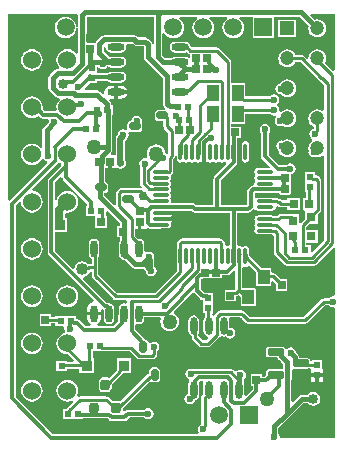
<source format=gbr>
%TF.GenerationSoftware,Altium Limited,Altium Designer,20.2.5 (213)*%
G04 Layer_Physical_Order=2*
G04 Layer_Color=16711680*
%FSLAX25Y25*%
%MOIN*%
%TF.SameCoordinates,C9AA4840-3426-47ED-90B3-6D3E683A03ED*%
%TF.FilePolarity,Positive*%
%TF.FileFunction,Copper,L2,Bot,Signal*%
%TF.Part,Single*%
G01*
G75*
%TA.AperFunction,SMDPad,CuDef*%
%ADD17R,0.03347X0.03543*%
%ADD18R,0.02165X0.02362*%
%ADD29R,0.02520X0.02677*%
%ADD30R,0.02677X0.02520*%
%ADD31R,0.02362X0.02165*%
%ADD34C,0.04000*%
%TA.AperFunction,Conductor*%
%ADD36C,0.00800*%
%ADD37C,0.01400*%
%ADD39C,0.01200*%
%ADD40C,0.02000*%
%ADD41C,0.01000*%
%ADD42C,0.01500*%
%ADD46C,0.03000*%
%TA.AperFunction,ComponentPad*%
%ADD47C,0.06000*%
%ADD48R,0.05906X0.05906*%
%ADD49C,0.05906*%
%TA.AperFunction,ViaPad*%
%ADD50C,0.03543*%
%ADD51C,0.02362*%
%ADD52C,0.02400*%
%ADD53C,0.03347*%
%TA.AperFunction,SMDPad,CuDef*%
%ADD54R,0.03543X0.03740*%
%ADD55O,0.05906X0.01102*%
%ADD56O,0.01102X0.05906*%
G04:AMPARAMS|DCode=57|XSize=25.59mil|YSize=37.4mil|CornerRadius=6.4mil|HoleSize=0mil|Usage=FLASHONLY|Rotation=180.000|XOffset=0mil|YOffset=0mil|HoleType=Round|Shape=RoundedRectangle|*
%AMROUNDEDRECTD57*
21,1,0.02559,0.02461,0,0,180.0*
21,1,0.01280,0.03740,0,0,180.0*
1,1,0.01280,-0.00640,0.01230*
1,1,0.01280,0.00640,0.01230*
1,1,0.01280,0.00640,-0.01230*
1,1,0.01280,-0.00640,-0.01230*
%
%ADD57ROUNDEDRECTD57*%
G04:AMPARAMS|DCode=58|XSize=23.62mil|YSize=51.18mil|CornerRadius=2.36mil|HoleSize=0mil|Usage=FLASHONLY|Rotation=270.000|XOffset=0mil|YOffset=0mil|HoleType=Round|Shape=RoundedRectangle|*
%AMROUNDEDRECTD58*
21,1,0.02362,0.04646,0,0,270.0*
21,1,0.01890,0.05118,0,0,270.0*
1,1,0.00472,-0.02323,-0.00945*
1,1,0.00472,-0.02323,0.00945*
1,1,0.00472,0.02323,0.00945*
1,1,0.00472,0.02323,-0.00945*
%
%ADD58ROUNDEDRECTD58*%
G04:AMPARAMS|DCode=59|XSize=31.5mil|YSize=35.43mil|CornerRadius=7.87mil|HoleSize=0mil|Usage=FLASHONLY|Rotation=0.000|XOffset=0mil|YOffset=0mil|HoleType=Round|Shape=RoundedRectangle|*
%AMROUNDEDRECTD59*
21,1,0.03150,0.01968,0,0,0.0*
21,1,0.01575,0.03543,0,0,0.0*
1,1,0.01575,0.00787,-0.00984*
1,1,0.01575,-0.00787,-0.00984*
1,1,0.01575,-0.00787,0.00984*
1,1,0.01575,0.00787,0.00984*
%
%ADD59ROUNDEDRECTD59*%
%ADD60O,0.05709X0.02362*%
%ADD61O,0.02362X0.05906*%
%ADD62R,0.03937X0.05315*%
%ADD63R,0.03937X0.05315*%
%ADD64R,0.04724X0.04724*%
%TA.AperFunction,BGAPad,CuDef*%
%ADD65C,0.04724*%
%TA.AperFunction,SMDPad,CuDef*%
%ADD66R,0.03937X0.04724*%
%ADD67R,0.03150X0.02756*%
%ADD68R,0.03150X0.03150*%
%ADD69O,0.02362X0.05709*%
G04:AMPARAMS|DCode=70|XSize=25.59mil|YSize=37.4mil|CornerRadius=6.4mil|HoleSize=0mil|Usage=FLASHONLY|Rotation=90.000|XOffset=0mil|YOffset=0mil|HoleType=Round|Shape=RoundedRectangle|*
%AMROUNDEDRECTD70*
21,1,0.02559,0.02461,0,0,90.0*
21,1,0.01280,0.03740,0,0,90.0*
1,1,0.01280,0.01230,0.00640*
1,1,0.01280,0.01230,-0.00640*
1,1,0.01280,-0.01230,-0.00640*
1,1,0.01280,-0.01230,0.00640*
%
%ADD70ROUNDEDRECTD70*%
%ADD71R,0.02756X0.03150*%
%ADD72C,0.05000*%
%ADD73C,0.03000*%
%TA.AperFunction,Conductor*%
%ADD74C,0.01600*%
%ADD75C,0.00600*%
%ADD76C,0.02800*%
G36*
X23687Y142936D02*
X23673Y142863D01*
X23673Y142863D01*
Y138922D01*
X23073Y138882D01*
X22961Y139727D01*
X22603Y140592D01*
X22034Y141334D01*
X21292Y141903D01*
X20427Y142261D01*
X19500Y142383D01*
X18573Y142261D01*
X17708Y141903D01*
X16966Y141334D01*
X16397Y140592D01*
X16039Y139727D01*
X15917Y138800D01*
X16039Y137873D01*
X16397Y137008D01*
X16966Y136266D01*
X17708Y135697D01*
X18573Y135339D01*
X19500Y135217D01*
X20427Y135339D01*
X21292Y135697D01*
X22034Y136266D01*
X22603Y137008D01*
X22961Y137873D01*
X23073Y138718D01*
X23673Y138678D01*
Y130252D01*
X23073Y130049D01*
X22693Y130544D01*
X21940Y131121D01*
X21065Y131483D01*
X20125Y131607D01*
X19185Y131483D01*
X18309Y131121D01*
X17558Y130544D01*
X16980Y129792D01*
X16618Y128916D01*
X16494Y127976D01*
X16618Y127036D01*
X16980Y126161D01*
X17414Y125596D01*
X17164Y124996D01*
X16856D01*
X16310Y124887D01*
X16172Y124795D01*
X16095Y124780D01*
X15632Y124471D01*
X15632Y124471D01*
X14191Y123029D01*
X13881Y122566D01*
X13773Y122020D01*
X13773Y122020D01*
Y118637D01*
X13773Y118637D01*
X13881Y118091D01*
X14191Y117628D01*
X16009Y115810D01*
X16009Y115810D01*
X16472Y115500D01*
X17018Y115392D01*
X17018Y115392D01*
X17348D01*
X17558Y114796D01*
X16980Y114044D01*
X16618Y113168D01*
X16494Y112228D01*
X16592Y111486D01*
X16295Y111019D01*
X16135Y110886D01*
X12584D01*
X11863Y111607D01*
X11945Y112228D01*
X11821Y113168D01*
X11459Y114044D01*
X10882Y114796D01*
X10130Y115373D01*
X9254Y115735D01*
X8314Y115859D01*
X7374Y115735D01*
X6498Y115373D01*
X5746Y114796D01*
X5169Y114044D01*
X4807Y113168D01*
X4683Y112228D01*
X4807Y111288D01*
X5169Y110413D01*
X5746Y109661D01*
X6498Y109084D01*
X7374Y108721D01*
X8314Y108597D01*
X9254Y108721D01*
X10130Y109084D01*
X10580Y109429D01*
X11212Y108797D01*
X11609Y108532D01*
X12078Y108439D01*
X13651D01*
X13981Y107839D01*
X13903Y107444D01*
X12227Y105768D01*
X11928Y105321D01*
X11824Y104795D01*
Y98806D01*
X11224Y98602D01*
X10882Y99048D01*
X10130Y99625D01*
X9254Y99988D01*
X8314Y100111D01*
X7374Y99988D01*
X6498Y99625D01*
X5746Y99048D01*
X5169Y98296D01*
X4807Y97420D01*
X4683Y96480D01*
X4807Y95540D01*
X5169Y94665D01*
X5746Y93913D01*
X6498Y93336D01*
X7374Y92973D01*
X8314Y92849D01*
X9254Y92973D01*
X10130Y93336D01*
X10882Y93913D01*
X11459Y94665D01*
X11573Y94942D01*
X12250Y95008D01*
X12446Y94716D01*
X13035Y94322D01*
X13292Y94271D01*
X13490Y93620D01*
X1000Y81130D01*
X400Y81364D01*
Y143400D01*
X23306D01*
X23687Y142936D01*
D02*
G37*
G36*
X109200Y124570D02*
X108646Y124340D01*
X105984Y127002D01*
X105988Y127006D01*
X106286Y127727D01*
X106388Y128500D01*
X106286Y129273D01*
X105988Y129994D01*
X105513Y130613D01*
X104894Y131088D01*
X104173Y131386D01*
X103400Y131488D01*
X102627Y131386D01*
X101906Y131088D01*
X101287Y130613D01*
X100812Y129994D01*
X100514Y129273D01*
X100438Y128697D01*
X99857Y128429D01*
X98993Y129293D01*
X98629Y129536D01*
X98200Y129622D01*
X98200Y129622D01*
X96142D01*
X95987Y129994D01*
X95513Y130613D01*
X94894Y131088D01*
X94173Y131386D01*
X93400Y131488D01*
X92627Y131386D01*
X91906Y131088D01*
X91287Y130613D01*
X90812Y129994D01*
X90514Y129273D01*
X90412Y128500D01*
X90514Y127727D01*
X90812Y127006D01*
X91287Y126387D01*
X91906Y125912D01*
X92627Y125614D01*
X93400Y125512D01*
X94173Y125614D01*
X94894Y125912D01*
X95513Y126387D01*
X95987Y127006D01*
X96142Y127378D01*
X97736D01*
X103945Y121169D01*
X103945Y121169D01*
X104235Y120975D01*
X105741Y119469D01*
Y111194D01*
X105141Y110898D01*
X104894Y111088D01*
X104173Y111386D01*
X103400Y111488D01*
X102627Y111386D01*
X101906Y111088D01*
X101287Y110613D01*
X100812Y109994D01*
X100514Y109273D01*
X100412Y108500D01*
X100514Y107727D01*
X100812Y107006D01*
X101287Y106387D01*
X101906Y105912D01*
X102278Y105758D01*
Y104952D01*
X101905Y104878D01*
X101316Y104484D01*
X100922Y103895D01*
X100784Y103200D01*
X100922Y102505D01*
X101316Y101916D01*
X101707Y101655D01*
X101759Y101506D01*
X101769Y101051D01*
X101744Y100963D01*
X101287Y100613D01*
X100812Y99994D01*
X100514Y99273D01*
X100412Y98500D01*
X100514Y97727D01*
X100551Y97637D01*
X100484Y97300D01*
X100622Y96605D01*
X101016Y96016D01*
X101605Y95622D01*
X102300Y95484D01*
X102823Y95588D01*
X103400Y95512D01*
X104173Y95614D01*
X104894Y95912D01*
X105141Y96102D01*
X105741Y95806D01*
Y67944D01*
X101809Y64012D01*
X101254Y64241D01*
Y66183D01*
X99832D01*
X99828Y66202D01*
X99822Y66212D01*
Y67076D01*
X103575D01*
Y71425D01*
X99822D01*
Y72385D01*
X100811Y73375D01*
X103575D01*
Y76331D01*
X104469Y77225D01*
X104469Y77225D01*
X104712Y77589D01*
X104798Y78018D01*
X104798Y78018D01*
Y87764D01*
X104712Y88194D01*
X104469Y88557D01*
X104469Y88557D01*
X103883Y89143D01*
X103519Y89386D01*
X103090Y89472D01*
X102783Y89933D01*
Y90723D01*
X99417D01*
Y87161D01*
Y83814D01*
X99529D01*
Y81955D01*
X98532D01*
Y77999D01*
X98739D01*
X99225Y77724D01*
Y74961D01*
X97907Y73643D01*
X97878Y73600D01*
X97278Y73782D01*
Y76630D01*
X93322D01*
Y76622D01*
X91046D01*
X91046Y76622D01*
X90617Y76537D01*
X90253Y76293D01*
X90253Y76293D01*
X90060Y76100D01*
X88685D01*
X88423Y76152D01*
X83620D01*
X83170Y76063D01*
X82790Y75809D01*
X82535Y75428D01*
X82446Y74979D01*
X82535Y74530D01*
X82599Y74434D01*
X82740Y73994D01*
X82599Y73555D01*
X82535Y73459D01*
X82446Y73010D01*
X82535Y72561D01*
X82790Y72180D01*
Y71872D01*
X82535Y71491D01*
X82446Y71042D01*
X82535Y70593D01*
X82790Y70212D01*
X83170Y69957D01*
X83620Y69868D01*
X88423D01*
X88952Y69432D01*
Y63880D01*
X88952Y63880D01*
X89038Y63451D01*
X89281Y63087D01*
X92641Y59727D01*
X93004Y59484D01*
X93434Y59399D01*
X93434Y59399D01*
X102166D01*
X102166Y59399D01*
X102596Y59484D01*
X102960Y59727D01*
X108646Y65414D01*
X109200Y65184D01*
Y49569D01*
X108736Y49189D01*
X108600Y49216D01*
X107905Y49078D01*
X107316Y48684D01*
X107207Y48522D01*
X105600D01*
X105171Y48436D01*
X104807Y48193D01*
X104807Y48193D01*
X98935Y42322D01*
X80783D01*
X79512Y43593D01*
X79512Y43593D01*
X78938Y44167D01*
X78574Y44410D01*
X78145Y44496D01*
X78145Y44496D01*
X71079D01*
X71079Y44496D01*
X70649Y44410D01*
X70286Y44167D01*
X70286Y44167D01*
X69126Y43007D01*
X68945Y42736D01*
X68898Y42700D01*
X68872Y42690D01*
X68394Y42946D01*
X68498Y43546D01*
X68783D01*
Y46892D01*
Y50454D01*
X66683D01*
X66630Y50465D01*
X65766D01*
X64664Y51567D01*
Y54857D01*
X64916Y55110D01*
X65240D01*
X65358Y55133D01*
X67760D01*
Y55133D01*
X67840D01*
Y55133D01*
X71560D01*
Y56242D01*
X73448D01*
X73916Y56335D01*
X74313Y56600D01*
X75551Y57838D01*
X76151Y57589D01*
Y52329D01*
X76151Y52329D01*
X76159Y52289D01*
Y51788D01*
X75798Y51428D01*
X75392D01*
X75392Y51428D01*
X75086Y51367D01*
X72576D01*
Y47490D01*
X76295D01*
Y49191D01*
X76692Y49270D01*
X77056Y49513D01*
X77272Y49730D01*
X77873Y49129D01*
Y45894D01*
X83010D01*
Y51818D01*
X78717D01*
X78402Y52321D01*
X78394Y52360D01*
Y57933D01*
X78402Y57972D01*
Y58656D01*
X78974Y58991D01*
X79002Y58988D01*
X79427Y58903D01*
X79876Y58993D01*
X80257Y59247D01*
X81004Y59286D01*
X82970Y57321D01*
Y55914D01*
X82970Y55914D01*
X82991Y55806D01*
Y52587D01*
X88128D01*
Y54009D01*
X88728Y54257D01*
X89740Y53245D01*
Y51033D01*
X93460D01*
Y54910D01*
X91247D01*
X89460Y56698D01*
X89096Y56941D01*
X88667Y57026D01*
X88128Y57161D01*
Y58511D01*
X84929D01*
X84884Y58579D01*
X84884Y58579D01*
X80648Y62815D01*
Y63266D01*
X80601Y63507D01*
Y64880D01*
X80511Y65329D01*
X80257Y65710D01*
X79876Y65965D01*
X79427Y66054D01*
X78978Y65965D01*
X78597Y65710D01*
X78288D01*
X77907Y65965D01*
X77458Y66054D01*
X77413Y66045D01*
X76813Y66501D01*
Y77077D01*
X80454D01*
X80923Y77170D01*
X81320Y77435D01*
X82033Y78149D01*
X82494Y78179D01*
X82770Y78116D01*
X82790Y78086D01*
X83170Y77831D01*
X83620Y77742D01*
X88423D01*
X88872Y77831D01*
X89253Y78086D01*
X89507Y78467D01*
X89597Y78916D01*
X90140Y79238D01*
X90434Y79255D01*
X90434Y79255D01*
X90798Y79012D01*
X91227Y78927D01*
X93414D01*
Y77999D01*
X97764D01*
Y81955D01*
X93414D01*
Y81170D01*
X91692D01*
X91329Y81533D01*
X90965Y81776D01*
X90535Y81862D01*
X90535Y81862D01*
X90452D01*
X90393Y81901D01*
X89964Y81986D01*
X89964Y81986D01*
X88784D01*
X88423Y82058D01*
X83620D01*
X83170Y81969D01*
X83103Y81924D01*
X82503Y82244D01*
Y83588D01*
X85324D01*
X85331Y83590D01*
X85344Y83587D01*
X90690D01*
Y83040D01*
X94567D01*
Y86760D01*
X94567D01*
X94567Y86840D01*
X94567D01*
Y89905D01*
X95095Y90010D01*
X95684Y90403D01*
X96078Y90992D01*
X96216Y91688D01*
X96078Y92382D01*
X95684Y92972D01*
X95095Y93365D01*
X94400Y93503D01*
X93705Y93365D01*
X93178Y93013D01*
X90762D01*
X87326Y96449D01*
Y103578D01*
X87678Y104105D01*
X87816Y104800D01*
X87678Y105495D01*
X87284Y106084D01*
X86695Y106478D01*
X86000Y106616D01*
X85305Y106478D01*
X84716Y106084D01*
X84322Y105495D01*
X84184Y104800D01*
X84322Y104105D01*
X84675Y103578D01*
Y95900D01*
X84775Y95393D01*
X85063Y94963D01*
X87571Y92455D01*
X87341Y91900D01*
X83620D01*
X83170Y91811D01*
X82790Y91557D01*
X82535Y91176D01*
X82446Y90727D01*
X82535Y90278D01*
X82790Y89897D01*
Y89588D01*
X82535Y89207D01*
X82446Y88758D01*
X82535Y88309D01*
X82790Y87928D01*
Y87620D01*
X82535Y87239D01*
X82446Y86790D01*
X82477Y86635D01*
X82073Y86035D01*
X81982D01*
X81514Y85942D01*
X81117Y85677D01*
X80414Y84974D01*
X80149Y84577D01*
X80056Y84109D01*
Y79632D01*
X79948Y79523D01*
X71223D01*
Y87793D01*
X76455Y93025D01*
X76720Y93422D01*
X76813Y93890D01*
Y96534D01*
X76768Y96759D01*
Y101940D01*
X78067D01*
Y105660D01*
X74622D01*
Y106642D01*
X79412D01*
Y110078D01*
X87607D01*
X87716Y109916D01*
X88305Y109522D01*
X89000Y109384D01*
X89365Y109457D01*
X89549Y109208D01*
X89662Y108904D01*
X89322Y108395D01*
X89184Y107700D01*
X89322Y107005D01*
X89716Y106416D01*
X90305Y106022D01*
X91000Y105884D01*
X91695Y106022D01*
X91731Y106047D01*
X91906Y105912D01*
X92627Y105614D01*
X93400Y105512D01*
X94173Y105614D01*
X94894Y105912D01*
X95513Y106387D01*
X95987Y107006D01*
X96286Y107727D01*
X96388Y108500D01*
X96286Y109273D01*
X95987Y109994D01*
X95513Y110613D01*
X94894Y111088D01*
X94173Y111386D01*
X93400Y111488D01*
X92627Y111386D01*
X91906Y111088D01*
X91315Y110634D01*
X91250Y110647D01*
X90776Y110997D01*
X90816Y111200D01*
X90678Y111895D01*
X90284Y112484D01*
X90127Y112589D01*
Y113311D01*
X90284Y113416D01*
X90678Y114005D01*
X90816Y114700D01*
X90678Y115395D01*
X90284Y115984D01*
X89695Y116378D01*
X89000Y116516D01*
X88305Y116378D01*
X87716Y115984D01*
X87607Y115822D01*
X79412D01*
Y120358D01*
X74622D01*
Y127400D01*
X74622Y127400D01*
X74536Y127829D01*
X74293Y128193D01*
X70666Y131820D01*
X70302Y132063D01*
X69873Y132149D01*
X69873Y132149D01*
X61595D01*
X61137Y132608D01*
X61079Y132895D01*
X60686Y133484D01*
X60097Y133878D01*
X59402Y134016D01*
X56055D01*
X55360Y133878D01*
X54771Y133484D01*
X54377Y132895D01*
X54239Y132200D01*
X54377Y131505D01*
X54771Y130916D01*
X55360Y130522D01*
X56055Y130384D01*
X59402D01*
X60057Y130515D01*
X60338Y130234D01*
X60338Y130234D01*
X60702Y129991D01*
X61131Y129906D01*
X61161Y129334D01*
Y128833D01*
X61002Y128716D01*
X60561Y128567D01*
X60097Y128878D01*
X59402Y129016D01*
X56055D01*
X55360Y128878D01*
X55135Y128727D01*
X52654D01*
X51727Y129654D01*
Y136636D01*
X52263Y136971D01*
X52327Y136968D01*
X52866Y136266D01*
X53608Y135697D01*
X54473Y135339D01*
X55400Y135217D01*
X56327Y135339D01*
X57192Y135697D01*
X57934Y136266D01*
X58503Y137008D01*
X58861Y137873D01*
X58983Y138800D01*
X58861Y139727D01*
X58503Y140592D01*
X57934Y141334D01*
X57362Y141773D01*
X57566Y142373D01*
X63234D01*
X63438Y141773D01*
X62866Y141334D01*
X62297Y140592D01*
X61939Y139727D01*
X61817Y138800D01*
X61939Y137873D01*
X62297Y137008D01*
X62866Y136266D01*
X63608Y135697D01*
X64473Y135339D01*
X65400Y135217D01*
X66327Y135339D01*
X67192Y135697D01*
X67934Y136266D01*
X68503Y137008D01*
X68861Y137873D01*
X68983Y138800D01*
X68861Y139727D01*
X68503Y140592D01*
X67934Y141334D01*
X67362Y141773D01*
X67566Y142373D01*
X73234D01*
X73438Y141773D01*
X72866Y141334D01*
X72297Y140592D01*
X71939Y139727D01*
X71817Y138800D01*
X71939Y137873D01*
X72297Y137008D01*
X72866Y136266D01*
X73608Y135697D01*
X74473Y135339D01*
X75400Y135217D01*
X76327Y135339D01*
X77192Y135697D01*
X77934Y136266D01*
X78503Y137008D01*
X78861Y137873D01*
X78983Y138800D01*
X78861Y139727D01*
X78503Y140592D01*
X77934Y141334D01*
X77362Y141773D01*
X77566Y142373D01*
X81255D01*
X81847Y142353D01*
X81847Y141773D01*
Y135247D01*
X88953D01*
X88953Y142353D01*
X89545Y142373D01*
X97509D01*
X100541Y139340D01*
X100514Y139273D01*
X100412Y138500D01*
X100514Y137727D01*
X100812Y137006D01*
X101287Y136387D01*
X101906Y135913D01*
X102627Y135614D01*
X103400Y135512D01*
X104173Y135614D01*
X104894Y135913D01*
X105513Y136387D01*
X105988Y137006D01*
X106286Y137727D01*
X106388Y138500D01*
X106286Y139273D01*
X105988Y139994D01*
X105513Y140613D01*
X104894Y141087D01*
X104173Y141386D01*
X103400Y141488D01*
X102627Y141386D01*
X102560Y141358D01*
X101073Y142846D01*
X101303Y143400D01*
X109200D01*
Y124570D01*
D02*
G37*
G36*
X48873Y133254D02*
X48276Y133245D01*
X48172Y133772D01*
X47873Y134218D01*
X46995Y135097D01*
X46548Y135395D01*
X46021Y135500D01*
X43662D01*
X43357Y135804D01*
X42911Y136103D01*
X42384Y136207D01*
X32386D01*
X32386Y136208D01*
X31859Y136103D01*
X31413Y135804D01*
X29827Y134218D01*
X29528Y133772D01*
X29507Y133667D01*
X26527D01*
Y142271D01*
X26629Y142373D01*
X48873D01*
Y133254D01*
D02*
G37*
G36*
X42118Y133150D02*
X42118Y133150D01*
X42565Y132852D01*
X43091Y132747D01*
X43091Y132747D01*
X45451D01*
X45524Y132675D01*
Y128983D01*
X45628Y128456D01*
X45927Y128010D01*
X52024Y121913D01*
Y113372D01*
X52128Y112845D01*
X52427Y112398D01*
X52781Y112044D01*
X52533Y111444D01*
X50596D01*
X50112Y111348D01*
X49702Y111074D01*
X49428Y110664D01*
X49332Y110180D01*
Y108900D01*
X49428Y108417D01*
X49702Y108007D01*
X50112Y107733D01*
X50596Y107636D01*
X52162D01*
Y105818D01*
X52162Y105818D01*
X52248Y105388D01*
X52491Y105025D01*
X53762Y103753D01*
Y96931D01*
X53198Y96662D01*
X52796Y96936D01*
X52720Y97509D01*
X52408Y98263D01*
X51911Y98911D01*
X51263Y99408D01*
X50509Y99720D01*
X49700Y99827D01*
X48891Y99720D01*
X48137Y99408D01*
X47489Y98911D01*
X46992Y98263D01*
X46680Y97509D01*
X46573Y96700D01*
X46680Y95891D01*
X46749Y95723D01*
X46318Y95197D01*
X45945Y95271D01*
X45250Y95133D01*
X44661Y94739D01*
X44267Y94150D01*
X44129Y93455D01*
X44267Y92760D01*
X44404Y92554D01*
Y86803D01*
X44404Y86803D01*
X44490Y86374D01*
X44733Y86010D01*
X45157Y85586D01*
X44774Y85120D01*
X44686Y85179D01*
X44257Y85265D01*
X44257Y85265D01*
X38042D01*
X37613Y85179D01*
X37249Y84936D01*
X37249Y84936D01*
X36663Y84350D01*
X36420Y83987D01*
X36334Y83557D01*
X36334Y83557D01*
Y79750D01*
X35734Y79501D01*
X32494Y82741D01*
Y83614D01*
X32888Y83692D01*
X33298Y83966D01*
X33572Y84377D01*
X33668Y84860D01*
Y86140D01*
X33572Y86624D01*
X33298Y87034D01*
X32888Y87308D01*
X32601Y87365D01*
Y91840D01*
X33672D01*
Y94100D01*
X34872D01*
Y91840D01*
X36610D01*
X36610Y91840D01*
X37196Y91805D01*
X37800Y91685D01*
X37849Y91694D01*
X37900Y91684D01*
X38595Y91822D01*
X39184Y92216D01*
X39578Y92805D01*
X39716Y93500D01*
X39578Y94195D01*
X39431Y94414D01*
Y101110D01*
X39854Y101532D01*
X39970Y101707D01*
X39984Y101716D01*
X40378Y102305D01*
X40516Y103000D01*
X40401Y103577D01*
X40712Y103888D01*
X40885Y103988D01*
X41344Y103896D01*
X43804D01*
X44288Y103992D01*
X44698Y104266D01*
X44972Y104676D01*
X45068Y105160D01*
Y106440D01*
X44972Y106923D01*
X44902Y107028D01*
X45016Y107600D01*
X44878Y108295D01*
X44484Y108884D01*
X43895Y109278D01*
X43200Y109416D01*
X42505Y109278D01*
X41916Y108884D01*
X41522Y108295D01*
X41405Y107704D01*
X41344D01*
X40860Y107608D01*
X40450Y107334D01*
X40176Y106923D01*
X40080Y106440D01*
Y105160D01*
X40130Y104908D01*
X39600Y104541D01*
X39395Y104678D01*
X38700Y104816D01*
X38005Y104678D01*
X37416Y104284D01*
X37022Y103695D01*
X36928Y103220D01*
X36647Y102939D01*
X36293Y102410D01*
X36169Y101786D01*
Y96360D01*
X34756D01*
X34526Y96914D01*
X34709Y97097D01*
X34709Y97097D01*
X35019Y97560D01*
X35127Y98107D01*
X35127Y98107D01*
Y99178D01*
Y109717D01*
X35254D01*
Y113083D01*
X34727D01*
Y113178D01*
X34619Y113724D01*
X34309Y114187D01*
X34309Y114187D01*
X34016Y114480D01*
X34312Y115033D01*
X34598Y114976D01*
X35672D01*
Y117200D01*
Y119424D01*
X34598D01*
X33747Y119255D01*
X33026Y118772D01*
X32544Y118051D01*
X32375Y117200D01*
X32432Y116914D01*
X31879Y116618D01*
X31067Y117430D01*
X30604Y117739D01*
X30058Y117848D01*
X30057Y117848D01*
X26131D01*
X25883Y118448D01*
X27708Y120273D01*
X29861D01*
Y120975D01*
X33275D01*
X33314Y120916D01*
X33904Y120522D01*
X34598Y120384D01*
X37945D01*
X38640Y120522D01*
X39229Y120916D01*
X39623Y121505D01*
X39761Y122200D01*
X39623Y122895D01*
X39229Y123484D01*
X38640Y123878D01*
X37945Y124016D01*
X34598D01*
X33904Y123878D01*
X33526Y123626D01*
X29861D01*
Y125530D01*
X30461Y125712D01*
X30630Y125460D01*
X31219Y125066D01*
X31914Y124928D01*
X32609Y125066D01*
X33198Y125460D01*
X33445Y125829D01*
X33904Y125522D01*
X34598Y125384D01*
X37945D01*
X38640Y125522D01*
X39229Y125916D01*
X39623Y126505D01*
X39761Y127200D01*
X39623Y127895D01*
X39229Y128484D01*
X38640Y128878D01*
X37945Y129016D01*
X34598D01*
X34094Y128916D01*
X34031Y129010D01*
X32176Y130865D01*
Y132164D01*
X32215Y132187D01*
X32849Y131868D01*
X32921Y131505D01*
X33314Y130916D01*
X33904Y130522D01*
X34598Y130384D01*
X37945D01*
X38640Y130522D01*
X39229Y130916D01*
X39623Y131505D01*
X39761Y132200D01*
X39631Y132855D01*
X39635Y132987D01*
X39885Y133455D01*
X41814D01*
X42118Y133150D01*
D02*
G37*
G36*
X66247Y93458D02*
X66252Y93458D01*
X66766Y93801D01*
X67114Y93871D01*
X67167Y93835D01*
X67616Y93746D01*
X68065Y93835D01*
X68160Y93899D01*
X68600Y94040D01*
X69040Y93899D01*
X69135Y93835D01*
X69584Y93746D01*
X70033Y93835D01*
X70129Y93899D01*
X70569Y94040D01*
X71008Y93899D01*
X71104Y93835D01*
X71553Y93746D01*
X72002Y93835D01*
X72097Y93899D01*
X72537Y94040D01*
X72977Y93899D01*
X73003Y93882D01*
X73097Y93678D01*
X73173Y93203D01*
X69135Y89165D01*
X68870Y88768D01*
X68777Y88300D01*
Y79523D01*
X63207D01*
X62949Y79781D01*
X62552Y80046D01*
X62084Y80139D01*
X55134D01*
X54725Y80739D01*
X54754Y80884D01*
X54665Y81333D01*
X54601Y81429D01*
X54460Y81868D01*
X54601Y82308D01*
X54665Y82404D01*
X54754Y82853D01*
X54665Y83302D01*
X54410Y83683D01*
Y83991D01*
X54665Y84372D01*
X54754Y84821D01*
X54665Y85270D01*
X54410Y85651D01*
Y85960D01*
X54665Y86341D01*
X54754Y86790D01*
X54665Y87239D01*
X54601Y87334D01*
X54460Y87774D01*
X54601Y88214D01*
X54665Y88309D01*
X54754Y88758D01*
X54665Y89207D01*
X54897Y89930D01*
X54902Y89934D01*
X54993Y90024D01*
X54993Y90024D01*
X55236Y90388D01*
X55322Y90817D01*
X55322Y90817D01*
Y94935D01*
X55677Y95291D01*
X55677Y95291D01*
X55920Y95655D01*
X56005Y96084D01*
X56599Y96070D01*
Y94920D01*
X56689Y94471D01*
X56943Y94090D01*
X57324Y93835D01*
X57773Y93746D01*
X58222Y93835D01*
X58318Y93899D01*
X58758Y94040D01*
X59197Y93899D01*
X59293Y93835D01*
X59742Y93746D01*
X60191Y93835D01*
X60572Y94090D01*
X60880D01*
X61261Y93835D01*
X61710Y93746D01*
X62159Y93835D01*
X62540Y94090D01*
X62849D01*
X63230Y93835D01*
X63679Y93746D01*
X64128Y93835D01*
X64181Y93871D01*
X64529Y93801D01*
X65042Y93458D01*
X65047Y93458D01*
Y97321D01*
X66247D01*
Y93458D01*
D02*
G37*
G36*
X18440Y88798D02*
X18498Y88503D01*
X18764Y88106D01*
X26803Y80066D01*
Y79283D01*
X26246D01*
Y75917D01*
X28807D01*
X29366Y75820D01*
Y72100D01*
X33243D01*
Y75820D01*
X33243D01*
X33154Y75917D01*
Y77260D01*
X33709Y77490D01*
X37573Y73626D01*
Y72560D01*
X36633D01*
Y68840D01*
X37573D01*
Y67603D01*
X37322Y67228D01*
X37184Y66533D01*
Y63187D01*
X37322Y62492D01*
X37716Y61902D01*
X38305Y61509D01*
X38720Y61426D01*
X38946Y61275D01*
X39209Y61223D01*
X41593Y58839D01*
X42056Y58529D01*
X42602Y58421D01*
X42602Y58421D01*
X45059D01*
X45251Y58292D01*
X45523Y58238D01*
X46255Y57506D01*
X46343Y57064D01*
X46736Y56475D01*
X47326Y56082D01*
X48020Y55943D01*
X48715Y56082D01*
X49305Y56475D01*
X49698Y57064D01*
X49837Y57759D01*
X49698Y58454D01*
X49305Y59043D01*
X49027Y59229D01*
Y61461D01*
X49027Y61461D01*
X48988Y61658D01*
X49116Y62300D01*
X48978Y62995D01*
X48584Y63584D01*
X47995Y63978D01*
X47300Y64116D01*
X46605Y63978D01*
X46416Y63851D01*
X45816Y64172D01*
Y66533D01*
X45678Y67228D01*
X45284Y67817D01*
X44695Y68211D01*
X44000Y68349D01*
X43808Y68311D01*
X42773Y69346D01*
Y71690D01*
X43600D01*
Y74028D01*
X44800D01*
Y71690D01*
X46460D01*
Y71752D01*
X47060Y72014D01*
X47261Y71880D01*
X47729Y71787D01*
X51179D01*
X51429Y71837D01*
X53580D01*
X54030Y71926D01*
X54410Y72180D01*
X54665Y72561D01*
X54754Y73010D01*
X54665Y73459D01*
X54629Y73512D01*
X54699Y73860D01*
X55041Y74374D01*
X55042Y74379D01*
X51179D01*
Y75579D01*
X55042D01*
X55041Y75584D01*
X54788Y75963D01*
X55041Y76342D01*
X55042Y76347D01*
X51179D01*
Y77547D01*
X55498D01*
X55615Y77692D01*
X61577D01*
X61835Y77435D01*
X62232Y77170D01*
X62700Y77077D01*
X74366D01*
Y66422D01*
X74267Y66307D01*
X73766Y66005D01*
X73521Y66054D01*
X73209Y65992D01*
X72771Y66233D01*
X72609Y66377D01*
Y66814D01*
X72524Y67243D01*
X72281Y67607D01*
X72281Y67607D01*
X71695Y68193D01*
X71331Y68436D01*
X70902Y68522D01*
X70902Y68522D01*
X58359D01*
X57930Y68436D01*
X57566Y68193D01*
X57566Y68193D01*
X56980Y67607D01*
X56737Y67243D01*
X56652Y66814D01*
X56652Y66814D01*
Y65143D01*
X56599Y64880D01*
Y60077D01*
X56661Y59767D01*
Y57647D01*
X49292Y50278D01*
X36632D01*
X30429Y56481D01*
Y58800D01*
Y62120D01*
X30678Y62492D01*
X30816Y63187D01*
Y66533D01*
X30678Y67228D01*
X30284Y67817D01*
X29695Y68211D01*
X29000Y68349D01*
X28305Y68211D01*
X27716Y67817D01*
X27322Y67228D01*
X27184Y66533D01*
Y63187D01*
X27322Y62492D01*
X27716Y61902D01*
X28186Y61588D01*
Y59922D01*
X27186D01*
X27186Y59922D01*
X27073Y59899D01*
X26954Y60054D01*
X26411Y60471D01*
X25779Y60733D01*
X25100Y60822D01*
X24421Y60733D01*
X23789Y60471D01*
X23246Y60054D01*
X22829Y59511D01*
X22567Y58879D01*
X22536Y58643D01*
X21902Y58428D01*
X15968Y64363D01*
Y70581D01*
X19903D01*
Y75324D01*
X19383D01*
Y76594D01*
X19979Y77120D01*
X20125Y77101D01*
X21065Y77225D01*
X21940Y77587D01*
X22693Y78165D01*
X23270Y78917D01*
X23632Y79792D01*
X23756Y80732D01*
X23632Y81672D01*
X23270Y82548D01*
X22693Y83300D01*
X21940Y83877D01*
X21065Y84240D01*
X20125Y84363D01*
X19185Y84240D01*
X18309Y83877D01*
X17558Y83300D01*
X16980Y82548D01*
X16618Y81672D01*
X16568Y81292D01*
X15968Y81331D01*
Y87175D01*
X17859Y89066D01*
X18440Y88798D01*
D02*
G37*
G36*
X17710Y93796D02*
X18057Y93529D01*
X18134Y92855D01*
X18103Y92772D01*
X13879Y88547D01*
X13614Y88150D01*
X13521Y87682D01*
Y63856D01*
X13614Y63388D01*
X13879Y62991D01*
X29005Y47864D01*
X28767Y47254D01*
X28149Y47131D01*
X27428Y46649D01*
X26945Y45927D01*
X26776Y45076D01*
Y44003D01*
X29000D01*
X31224D01*
Y44639D01*
X31782Y44898D01*
X32184Y44622D01*
Y41730D01*
X32322Y41035D01*
X32716Y40446D01*
X33305Y40052D01*
X34000Y39914D01*
X34695Y40052D01*
X35284Y40446D01*
X35678Y41035D01*
X35816Y41730D01*
Y45076D01*
X35678Y45771D01*
X35284Y46360D01*
X34695Y46754D01*
X34000Y46892D01*
X33946Y46882D01*
X33789Y46987D01*
X33321Y47080D01*
X33250D01*
X25328Y55002D01*
X25543Y55636D01*
X25779Y55667D01*
X26411Y55929D01*
X26954Y56346D01*
X27371Y56889D01*
X27586Y57407D01*
X28186Y57288D01*
Y56016D01*
X28186Y56016D01*
X28271Y55587D01*
X28514Y55223D01*
X35374Y48363D01*
X35374Y48363D01*
X35738Y48120D01*
X36167Y48035D01*
X39761D01*
X40154Y47581D01*
X40096Y47154D01*
X40093Y47152D01*
X39538Y46785D01*
X39000Y46892D01*
X38305Y46754D01*
X37716Y46360D01*
X37322Y45771D01*
X37184Y45076D01*
Y43213D01*
X37097Y42775D01*
Y40942D01*
X35379Y39224D01*
X30255D01*
X30073Y39823D01*
X30573Y40157D01*
X31055Y40879D01*
X31224Y41730D01*
Y42803D01*
X29000D01*
X26776D01*
Y41730D01*
X26945Y40879D01*
X27428Y40157D01*
X27927Y39823D01*
X27745Y39224D01*
X26207D01*
X24245Y41186D01*
X23848Y41451D01*
X23380Y41544D01*
X23054D01*
Y42783D01*
X16146D01*
Y42422D01*
X14710D01*
Y43160D01*
X10833D01*
Y39440D01*
X14710D01*
Y40178D01*
X16146D01*
Y39417D01*
X18680D01*
X19100Y38817D01*
X19028Y38452D01*
X19166Y37757D01*
X19264Y37611D01*
X19238Y37411D01*
X19004Y36920D01*
X18309Y36633D01*
X17558Y36056D01*
X16980Y35304D01*
X16618Y34428D01*
X16494Y33488D01*
X16618Y32548D01*
X16980Y31672D01*
X17558Y30920D01*
X18309Y30343D01*
X19185Y29981D01*
X20125Y29857D01*
X20330Y29884D01*
X22338Y27876D01*
X22108Y27322D01*
X19954D01*
Y27583D01*
X16392D01*
Y24217D01*
X19954D01*
Y25078D01*
X24128D01*
Y23530D01*
X28871D01*
Y28470D01*
X28550D01*
Y30917D01*
X31446D01*
X31554Y30896D01*
X32053D01*
X32140Y30878D01*
X40860D01*
X43276Y28463D01*
X43276Y28463D01*
X43640Y28220D01*
X44069Y28134D01*
X48414D01*
X48414Y28134D01*
X48843Y28220D01*
X49207Y28463D01*
X49793Y29049D01*
X49793Y29049D01*
X50036Y29412D01*
X50122Y29842D01*
Y30807D01*
X50284Y30916D01*
X50678Y31505D01*
X50816Y32200D01*
X50678Y32895D01*
X50284Y33484D01*
X49695Y33878D01*
X49000Y34016D01*
X48305Y33878D01*
X47913Y33616D01*
X47330Y33786D01*
X47256Y33843D01*
X47237Y33940D01*
X46963Y34350D01*
X46553Y34624D01*
X46069Y34720D01*
X45969D01*
X45887Y34843D01*
X42744Y37986D01*
Y39705D01*
X43287Y40043D01*
X43344Y40044D01*
X44000Y39914D01*
X44695Y40052D01*
X45284Y40446D01*
X45678Y41035D01*
X45816Y41730D01*
Y42231D01*
X50939D01*
X51272Y41732D01*
X51180Y41509D01*
X51073Y40700D01*
X51180Y39891D01*
X51492Y39137D01*
X51989Y38489D01*
X52637Y37992D01*
X53391Y37680D01*
X54200Y37573D01*
X55009Y37680D01*
X55763Y37992D01*
X56411Y38489D01*
X56908Y39137D01*
X57220Y39891D01*
X57327Y40700D01*
X57220Y41509D01*
X56908Y42263D01*
X56411Y42911D01*
X55773Y43401D01*
X55675Y43482D01*
X55611Y44087D01*
X59039Y47515D01*
X59304Y47912D01*
X59310Y47943D01*
X61780Y50413D01*
X62509Y50293D01*
X62575Y50195D01*
X64394Y48376D01*
X64790Y48111D01*
X65259Y48018D01*
X65417D01*
Y43546D01*
X66028D01*
Y42452D01*
X65916Y42377D01*
X65522Y41788D01*
X65384Y41093D01*
Y37550D01*
X65522Y36855D01*
X65916Y36266D01*
X66505Y35872D01*
X66922Y35789D01*
X67138Y35156D01*
X66540Y34558D01*
X65223D01*
X63786Y35995D01*
Y36717D01*
X63878Y36855D01*
X64016Y37550D01*
Y41093D01*
X63878Y41788D01*
X63484Y42377D01*
X62895Y42771D01*
X62200Y42909D01*
X61505Y42771D01*
X60916Y42377D01*
X60522Y41788D01*
X60384Y41093D01*
Y37550D01*
X60522Y36855D01*
X60916Y36266D01*
X61505Y35872D01*
X61543Y35530D01*
X61628Y35101D01*
X61871Y34737D01*
X63965Y32643D01*
X63965Y32643D01*
X64329Y32400D01*
X64758Y32315D01*
X64758Y32315D01*
X67004D01*
X67005Y32315D01*
X67434Y32400D01*
X67798Y32643D01*
X70712Y35558D01*
X70712Y35558D01*
X70769Y35642D01*
X71505Y35872D01*
X72200Y35734D01*
X72873Y35868D01*
X73018Y35651D01*
X73607Y35257D01*
X74302Y35119D01*
X74997Y35257D01*
X75586Y35651D01*
X75980Y36240D01*
X76118Y36935D01*
X75980Y37630D01*
X75586Y38219D01*
X74997Y38613D01*
X74302Y38751D01*
X74016Y38986D01*
Y41093D01*
X73905Y41653D01*
X74234Y42252D01*
X77680D01*
X77926Y42007D01*
X77926Y42007D01*
X77926Y42007D01*
X79526Y40407D01*
X79526Y40407D01*
X79890Y40164D01*
X80319Y40078D01*
X80319Y40078D01*
X99400D01*
X99400Y40078D01*
X99829Y40164D01*
X100193Y40407D01*
X106065Y46278D01*
X107207D01*
X107316Y46116D01*
X107905Y45722D01*
X108600Y45584D01*
X108736Y45611D01*
X109200Y45230D01*
Y1884D01*
X91286Y1884D01*
X90906Y2348D01*
X90916Y2400D01*
X90778Y3095D01*
X90476Y3546D01*
Y5330D01*
X94273Y9127D01*
X94273Y9127D01*
X98770Y13624D01*
X100286D01*
X100461Y13361D01*
X101213Y12859D01*
X102100Y12682D01*
X102987Y12859D01*
X103739Y13361D01*
X104241Y14113D01*
X104418Y15000D01*
X104241Y15887D01*
X103739Y16639D01*
X102987Y17141D01*
X102100Y17318D01*
X101213Y17141D01*
X100461Y16639D01*
X100286Y16376D01*
X98200D01*
X98200Y16376D01*
X97673Y16272D01*
X97227Y15973D01*
X97227Y15973D01*
X95231Y13977D01*
X94676Y14207D01*
Y20897D01*
X94745Y20999D01*
X94849Y21525D01*
Y24636D01*
X94914Y24733D01*
X95449Y25082D01*
X95509Y25070D01*
X100154D01*
X100481Y25135D01*
X100653Y25250D01*
X100776D01*
X101317Y25108D01*
Y23527D01*
X105483D01*
Y25108D01*
X105083D01*
Y28054D01*
X101717D01*
Y27493D01*
X101007D01*
Y27812D01*
X100942Y28139D01*
X100757Y28415D01*
X100481Y28600D01*
X100154Y28665D01*
X97399D01*
Y28809D01*
X97294Y29336D01*
X96996Y29783D01*
X96996Y29783D01*
X96299Y30480D01*
X96193Y31012D01*
X95799Y31601D01*
X95210Y31995D01*
X94515Y32133D01*
X93820Y31995D01*
X93327Y31665D01*
X92912Y31748D01*
X92679Y31855D01*
X92674Y31879D01*
X92490Y32155D01*
X92213Y32340D01*
X91887Y32405D01*
X87241D01*
X86915Y32340D01*
X86638Y32155D01*
X86453Y31879D01*
X86388Y31552D01*
Y29663D01*
X86453Y29336D01*
X86638Y29060D01*
X86915Y28875D01*
X87241Y28810D01*
X90162D01*
X90400Y28454D01*
X92097Y26757D01*
Y25097D01*
X91887Y24925D01*
X87241D01*
X86915Y24860D01*
X86638Y24675D01*
X86453Y24398D01*
X86388Y24072D01*
Y22992D01*
X85763Y22366D01*
X84960D01*
Y23167D01*
X81240D01*
Y19290D01*
X81830D01*
Y18207D01*
X79557Y15933D01*
X79004Y16229D01*
X79016Y16290D01*
Y19833D01*
X78884Y20496D01*
X78951Y20831D01*
X78951Y20831D01*
Y21543D01*
X79113Y21652D01*
X79507Y22241D01*
X79645Y22936D01*
X79507Y23631D01*
X79113Y24220D01*
X78524Y24614D01*
X77829Y24752D01*
X77134Y24614D01*
X76545Y24220D01*
X76536Y24206D01*
X75939Y24148D01*
X75379Y24707D01*
X75015Y24950D01*
X74586Y25036D01*
X74586Y25036D01*
X61740D01*
X61274Y25128D01*
X60580Y24990D01*
X59990Y24597D01*
X59597Y24007D01*
X59459Y23312D01*
X59597Y22617D01*
X59990Y22028D01*
X60580Y21635D01*
X60603Y21630D01*
X60703Y21467D01*
X60821Y20975D01*
X60522Y20528D01*
X60384Y19833D01*
Y16716D01*
X60221Y16683D01*
X59632Y16290D01*
X59238Y15701D01*
X59100Y15006D01*
X59238Y14311D01*
X59632Y13722D01*
X60221Y13328D01*
X60916Y13190D01*
X61611Y13328D01*
X62200Y13722D01*
X62594Y14311D01*
X62644Y14562D01*
X62895Y14612D01*
X63484Y15006D01*
X63878Y15595D01*
X64016Y16290D01*
Y19833D01*
X63910Y20368D01*
X63948Y20563D01*
X64376Y20991D01*
X65165D01*
X65495Y20391D01*
X65384Y19833D01*
Y16548D01*
X65045Y16210D01*
X64802Y15846D01*
X64717Y15417D01*
X64717Y15416D01*
Y6480D01*
X64705Y6478D01*
X64116Y6084D01*
X63722Y5495D01*
X63584Y4800D01*
X63722Y4105D01*
X63844Y3923D01*
X63523Y3323D01*
X15307D01*
X2923Y15707D01*
Y79593D01*
X4126Y80796D01*
X4710Y80531D01*
X4807Y79792D01*
X5169Y78917D01*
X5746Y78165D01*
X6498Y77587D01*
X7374Y77225D01*
X8314Y77101D01*
X9254Y77225D01*
X10130Y77587D01*
X10882Y78165D01*
X11459Y78917D01*
X11821Y79792D01*
X11945Y80732D01*
X11821Y81672D01*
X11459Y82548D01*
X10882Y83300D01*
X10130Y83877D01*
X9254Y84240D01*
X8516Y84337D01*
X8250Y84920D01*
X16876Y93546D01*
X16972Y93690D01*
X17170Y93765D01*
X17642Y93813D01*
X17710Y93796D01*
D02*
G37*
%LPC*%
G36*
X8314Y131607D02*
X7374Y131483D01*
X6498Y131121D01*
X5746Y130544D01*
X5169Y129792D01*
X4807Y128916D01*
X4683Y127976D01*
X4807Y127036D01*
X5169Y126161D01*
X5746Y125409D01*
X6498Y124832D01*
X7374Y124469D01*
X8314Y124345D01*
X9254Y124469D01*
X10130Y124832D01*
X10882Y125409D01*
X11459Y126161D01*
X11821Y127036D01*
X11945Y127976D01*
X11821Y128916D01*
X11459Y129792D01*
X10882Y130544D01*
X10130Y131121D01*
X9254Y131483D01*
X8314Y131607D01*
D02*
G37*
G36*
X96362Y141462D02*
X90438D01*
Y135538D01*
X96362D01*
Y141462D01*
D02*
G37*
G36*
X93400Y121488D02*
X92627Y121386D01*
X91906Y121088D01*
X91287Y120613D01*
X90835Y120024D01*
X90605Y119978D01*
X90016Y119584D01*
X89622Y118995D01*
X89484Y118300D01*
X89622Y117605D01*
X90016Y117016D01*
X90605Y116622D01*
X91198Y116504D01*
X91287Y116387D01*
X91906Y115912D01*
X92627Y115614D01*
X93400Y115512D01*
X94173Y115614D01*
X94894Y115912D01*
X95513Y116387D01*
X95987Y117006D01*
X96286Y117727D01*
X96388Y118500D01*
X96286Y119273D01*
X95987Y119994D01*
X95513Y120613D01*
X94894Y121088D01*
X94173Y121386D01*
X93400Y121488D01*
D02*
G37*
G36*
Y101488D02*
X92627Y101386D01*
X91986Y101120D01*
X91600Y101197D01*
X90905Y101059D01*
X90316Y100665D01*
X89922Y100076D01*
X89784Y99381D01*
X89922Y98686D01*
X90316Y98097D01*
X90480Y97988D01*
X90514Y97727D01*
X90812Y97006D01*
X91287Y96387D01*
X91906Y95912D01*
X92627Y95614D01*
X93400Y95512D01*
X94173Y95614D01*
X94894Y95912D01*
X95513Y96387D01*
X95987Y97006D01*
X96286Y97727D01*
X96388Y98500D01*
X96286Y99273D01*
X95987Y99994D01*
X95513Y100613D01*
X94894Y101087D01*
X94173Y101386D01*
X93400Y101488D01*
D02*
G37*
G36*
X79427Y100897D02*
X78978Y100807D01*
X78597Y100553D01*
X78342Y100172D01*
X78253Y99723D01*
Y94920D01*
X78342Y94471D01*
X78597Y94090D01*
X78978Y93835D01*
X79427Y93746D01*
X79876Y93835D01*
X80257Y94090D01*
X80511Y94471D01*
X80601Y94920D01*
Y99723D01*
X80511Y100172D01*
X80257Y100553D01*
X79876Y100807D01*
X79427Y100897D01*
D02*
G37*
G36*
X37945Y119424D02*
X36872D01*
Y117800D01*
X40049D01*
X39999Y118051D01*
X39517Y118772D01*
X38796Y119255D01*
X37945Y119424D01*
D02*
G37*
G36*
X40049Y116600D02*
X36872D01*
Y114976D01*
X37945D01*
X38796Y115146D01*
X39517Y115628D01*
X39999Y116349D01*
X40049Y116600D01*
D02*
G37*
G36*
X8314Y68615D02*
X7374Y68491D01*
X6498Y68129D01*
X5746Y67552D01*
X5169Y66800D01*
X4807Y65924D01*
X4683Y64984D01*
X4807Y64044D01*
X5169Y63169D01*
X5746Y62416D01*
X6498Y61839D01*
X7374Y61477D01*
X8314Y61353D01*
X9254Y61477D01*
X10130Y61839D01*
X10882Y62416D01*
X11459Y63169D01*
X11821Y64044D01*
X11945Y64984D01*
X11821Y65924D01*
X11459Y66800D01*
X10882Y67552D01*
X10130Y68129D01*
X9254Y68491D01*
X8314Y68615D01*
D02*
G37*
G36*
X20125Y52867D02*
X19185Y52743D01*
X18309Y52381D01*
X17558Y51804D01*
X16980Y51052D01*
X16618Y50176D01*
X16494Y49236D01*
X16618Y48296D01*
X16980Y47420D01*
X17558Y46668D01*
X18309Y46091D01*
X19185Y45729D01*
X20125Y45605D01*
X21065Y45729D01*
X21940Y46091D01*
X22693Y46668D01*
X23270Y47420D01*
X23632Y48296D01*
X23756Y49236D01*
X23632Y50176D01*
X23270Y51052D01*
X22693Y51804D01*
X21940Y52381D01*
X21065Y52743D01*
X20125Y52867D01*
D02*
G37*
G36*
X8314D02*
X7374Y52743D01*
X6498Y52381D01*
X5746Y51804D01*
X5169Y51052D01*
X4807Y50176D01*
X4683Y49236D01*
X4807Y48296D01*
X5169Y47420D01*
X5746Y46668D01*
X6498Y46091D01*
X7374Y45729D01*
X8314Y45605D01*
X9254Y45729D01*
X10130Y46091D01*
X10882Y46668D01*
X11459Y47420D01*
X11821Y48296D01*
X11945Y49236D01*
X11821Y50176D01*
X11459Y51052D01*
X10882Y51804D01*
X10130Y52381D01*
X9254Y52743D01*
X8314Y52867D01*
D02*
G37*
G36*
Y37119D02*
X7374Y36995D01*
X6498Y36633D01*
X5746Y36056D01*
X5169Y35304D01*
X4807Y34428D01*
X4683Y33488D01*
X4807Y32548D01*
X5169Y31672D01*
X5746Y30920D01*
X6498Y30343D01*
X7374Y29981D01*
X8314Y29857D01*
X9254Y29981D01*
X10130Y30343D01*
X10882Y30920D01*
X11459Y31672D01*
X11821Y32548D01*
X11945Y33488D01*
X11821Y34428D01*
X11459Y35304D01*
X10882Y36056D01*
X10130Y36633D01*
X9254Y36995D01*
X8314Y37119D01*
D02*
G37*
G36*
X41272Y28470D02*
X36529D01*
Y24554D01*
X34008Y22032D01*
X33487Y22136D01*
X31913D01*
X31371Y22028D01*
X30912Y21722D01*
X30606Y21263D01*
X30498Y20721D01*
Y18753D01*
X30606Y18211D01*
X30912Y17752D01*
X31371Y17446D01*
X31913Y17338D01*
X33487D01*
X34029Y17446D01*
X34488Y17752D01*
X34794Y18211D01*
X34902Y18753D01*
Y19754D01*
X38614Y23467D01*
X38614Y23467D01*
X38656Y23530D01*
X41272D01*
Y28470D01*
D02*
G37*
G36*
X105483Y22327D02*
X104000D01*
Y20746D01*
X105483D01*
Y22327D01*
D02*
G37*
G36*
X102800D02*
X101317D01*
Y20746D01*
X102800D01*
Y22327D01*
D02*
G37*
G36*
X49809Y25468D02*
X48530D01*
X48046Y25372D01*
X47636Y25098D01*
X47362Y24688D01*
X47266Y24204D01*
Y23439D01*
X47120Y23410D01*
X46757Y23167D01*
X46757Y23167D01*
X37748Y14158D01*
X37228Y14262D01*
X35653D01*
X35185Y14169D01*
X33826Y15528D01*
X33462Y15771D01*
X33033Y15856D01*
X33033Y15856D01*
X24335D01*
X24335Y15856D01*
X23905Y15771D01*
X23836Y15725D01*
X23352Y16122D01*
X23632Y16800D01*
X23756Y17740D01*
X23632Y18680D01*
X23270Y19556D01*
X22693Y20308D01*
X21940Y20885D01*
X21065Y21247D01*
X20125Y21371D01*
X19185Y21247D01*
X18309Y20885D01*
X17558Y20308D01*
X16980Y19556D01*
X16618Y18680D01*
X16494Y17740D01*
X16618Y16800D01*
X16980Y15924D01*
X17558Y15172D01*
X18309Y14595D01*
X19185Y14233D01*
X20125Y14109D01*
X21065Y14233D01*
X21634Y14468D01*
X21973Y13960D01*
X20018Y12004D01*
X19870Y11783D01*
X18546D01*
Y8417D01*
X25454D01*
Y8477D01*
X33514D01*
X33964Y8026D01*
X34361Y7761D01*
X34830Y7668D01*
X39110D01*
X39579Y7761D01*
X39976Y8026D01*
X40857Y8908D01*
X45775D01*
X45816Y8847D01*
X46405Y8454D01*
X47100Y8315D01*
X47795Y8454D01*
X48384Y8847D01*
X48778Y9437D01*
X48916Y10131D01*
X48778Y10826D01*
X48384Y11416D01*
X47795Y11809D01*
X47100Y11947D01*
X46405Y11809D01*
X45816Y11416D01*
X45775Y11355D01*
X40351D01*
X39882Y11262D01*
X39485Y10997D01*
X39226Y10737D01*
X38938Y10807D01*
X38642Y11002D01*
Y11880D01*
X47614Y20852D01*
X47636Y20850D01*
X48046Y20576D01*
X48530Y20480D01*
X49809D01*
X50293Y20576D01*
X50703Y20850D01*
X50977Y21260D01*
X51073Y21744D01*
Y24204D01*
X50977Y24688D01*
X50703Y25098D01*
X50293Y25372D01*
X49809Y25468D01*
D02*
G37*
G36*
X8314Y21371D02*
X7374Y21247D01*
X6498Y20885D01*
X5746Y20308D01*
X5169Y19556D01*
X4807Y18680D01*
X4683Y17740D01*
X4807Y16800D01*
X5169Y15924D01*
X5746Y15172D01*
X6498Y14595D01*
X7374Y14233D01*
X8314Y14109D01*
X9254Y14233D01*
X10130Y14595D01*
X10882Y15172D01*
X11459Y15924D01*
X11821Y16800D01*
X11945Y17740D01*
X11821Y18680D01*
X11459Y19556D01*
X10882Y20308D01*
X10130Y20885D01*
X9254Y21247D01*
X8314Y21371D01*
D02*
G37*
%LPD*%
D17*
X23732Y72952D02*
D03*
X17629D02*
D03*
D18*
X67100Y45327D02*
D03*
Y48673D02*
D03*
X28179Y125400D02*
D03*
Y122054D02*
D03*
X103400Y26273D02*
D03*
Y22927D02*
D03*
X101100Y85595D02*
D03*
Y88942D02*
D03*
D29*
X69700Y53528D02*
D03*
Y57072D02*
D03*
X27800Y131728D02*
D03*
Y135272D02*
D03*
X65900Y53528D02*
D03*
Y57072D02*
D03*
X44200Y74028D02*
D03*
Y77572D02*
D03*
X91600Y52972D02*
D03*
Y49428D02*
D03*
X74435Y49428D02*
D03*
Y52972D02*
D03*
X83100Y21228D02*
D03*
Y24772D02*
D03*
D30*
X30728Y94100D02*
D03*
X34272D02*
D03*
X96172Y84900D02*
D03*
X92628D02*
D03*
X79672Y103800D02*
D03*
X76128D02*
D03*
X9228Y41300D02*
D03*
X12772D02*
D03*
X27761Y73960D02*
D03*
X31305D02*
D03*
X63100Y124800D02*
D03*
X66643D02*
D03*
X92628Y88700D02*
D03*
X96172D02*
D03*
X60872Y104500D02*
D03*
X57328D02*
D03*
X66643Y128500D02*
D03*
X63100D02*
D03*
X35028Y70700D02*
D03*
X38572D02*
D03*
D31*
X21273Y41100D02*
D03*
X17927D02*
D03*
X28027Y77600D02*
D03*
X31373D02*
D03*
X33473Y111400D02*
D03*
X30127D02*
D03*
X26327Y104900D02*
D03*
X29673D02*
D03*
X30873Y32600D02*
D03*
X27527D02*
D03*
X18173Y25900D02*
D03*
X14827D02*
D03*
X20327Y10100D02*
D03*
X23673D02*
D03*
X57027Y112400D02*
D03*
X60373D02*
D03*
X60773Y108100D02*
D03*
X57427D02*
D03*
X96127Y64500D02*
D03*
X99473D02*
D03*
D34*
X25100Y58200D02*
D03*
D36*
X96139Y84079D02*
X96565Y84506D01*
X86021Y82853D02*
X88505D01*
X94123Y82357D02*
X95845Y84079D01*
X96565Y84506D02*
Y84800D01*
X95845Y84079D02*
X96139D01*
D37*
X67282Y126946D02*
X69488Y124740D01*
X51612Y102060D02*
X52016Y102464D01*
X66643Y128500D02*
X66722D01*
X67282Y127940D01*
Y126946D02*
Y127940D01*
X66643Y124800D02*
X66703Y124740D01*
X69488D01*
X69548Y124680D01*
X90213Y91688D02*
X94400D01*
X86000Y95900D02*
X90213Y91688D01*
X52016Y102464D02*
Y103116D01*
X50783Y102060D02*
X51612D01*
X52016Y103116D02*
X52200Y103300D01*
X86000Y95900D02*
Y104800D01*
X27800Y122239D02*
Y122535D01*
X23700Y119001D02*
X23884Y119186D01*
X24746D02*
X27800Y122239D01*
X23884Y119186D02*
X24746D01*
X24240Y113101D02*
X24440Y113300D01*
X20111Y112221D02*
X20991Y113101D01*
X24240D01*
X24440Y113300D02*
X24700D01*
X28035Y122300D02*
X36048D01*
D39*
X63440Y51060D02*
X65259Y49241D01*
X63440Y51060D02*
Y55364D01*
X64409Y56333D01*
X85344Y84811D02*
X92224D01*
Y88689D01*
X75545Y96579D02*
Y102844D01*
X75499Y59517D02*
Y63176D01*
X69700Y57465D02*
X73448D01*
X69684Y57481D02*
Y63266D01*
X48080Y78825D02*
X51976D01*
X43861Y78410D02*
X44255D01*
X41348Y80924D02*
Y82443D01*
X65240Y56333D02*
X66077Y57170D01*
X44000Y43454D02*
X53091D01*
X28827Y9700D02*
X34021D01*
X34830Y8891D01*
X39110D01*
X40351Y10131D01*
X63869Y22214D02*
X73683D01*
X62752Y21097D02*
X63869Y22214D01*
X40351Y10131D02*
X47100D01*
X83054Y21143D02*
X86270D01*
X58174Y48381D02*
Y48537D01*
X63100Y53463D01*
X53091Y43454D02*
X53248D01*
X58174Y48381D01*
X64409Y56333D02*
X65240D01*
X66077Y57170D02*
Y57288D01*
X63440Y53803D02*
Y55364D01*
X63100Y53463D02*
X63440Y53803D01*
X75503Y13753D02*
X79107D01*
X74690Y6690D02*
Y7817D01*
X70100Y2100D02*
X74690Y6690D01*
X72200Y13873D02*
X74753Y11320D01*
Y7880D02*
Y11320D01*
X74690Y7817D02*
X74753Y7880D01*
X72200Y13873D02*
Y18061D01*
X14800Y2100D02*
X70100D01*
X74800Y14456D02*
Y21097D01*
Y14456D02*
X75503Y13753D01*
X79107D02*
X83054Y17700D01*
X65747Y96534D02*
Y100555D01*
X79200Y74500D02*
X81647Y76947D01*
X19629Y88971D02*
X28027Y80573D01*
X19629Y88971D02*
Y92567D01*
Y95990D01*
X14744Y87682D02*
X19629Y92567D01*
X32744Y45856D02*
X33321D01*
X34000Y45177D01*
Y43454D02*
Y45177D01*
X14744Y63856D02*
X32744Y45856D01*
X28027Y77600D02*
Y80573D01*
X47729Y73010D02*
X51179D01*
X75590Y93890D02*
Y96534D01*
X70000Y88300D02*
X75590Y93890D01*
X75545Y96579D02*
X75590Y96534D01*
X70000Y78300D02*
X75590D01*
X62700D02*
X70000D01*
Y88300D01*
X54200Y40700D02*
Y41728D01*
X53091Y42837D02*
X54200Y41728D01*
X53091Y42837D02*
Y43454D01*
X89564Y23127D02*
X90019D01*
X90600Y22546D01*
Y19200D02*
Y22546D01*
X86800Y14900D02*
X87400Y16000D01*
X90600Y19200D01*
X86270Y21143D02*
X88228Y23102D01*
X89508D01*
X47026Y73713D02*
Y77673D01*
Y73713D02*
X47729Y73010D01*
X18914Y107500D02*
X23899D01*
X26722Y110323D01*
X9512Y112228D02*
X12078Y109662D01*
X16751D01*
X18914Y107500D01*
X26722Y110323D02*
X29233D01*
X29630Y106386D02*
Y110161D01*
X30239D01*
X29395D02*
X29630D01*
X30239D02*
X30500Y109900D01*
X29233Y110323D02*
X29395Y110161D01*
X8314Y112228D02*
X9512D01*
X25419Y124072D02*
X28504Y127156D01*
X16100Y98900D02*
X22100Y104900D01*
X26228D01*
X66976Y101783D02*
X67871D01*
X68094Y102006D01*
X65747Y100555D02*
X66976Y101783D01*
X88505Y82853D02*
X90380D01*
X90793Y82440D01*
X93020D01*
X41521Y39955D02*
Y47456D01*
X66630Y49241D02*
X67100Y48772D01*
X65259Y49241D02*
X66630D01*
X62139Y18000D02*
X62200Y18061D01*
X62752Y20699D02*
Y21097D01*
X73683Y22214D02*
X74800Y21097D01*
X62200Y18258D02*
Y20148D01*
X62752Y20699D01*
X21837Y120506D02*
X23620Y122289D01*
X23636D01*
X25419Y124072D01*
Y124072D01*
X1700Y80100D02*
X16011Y94411D01*
X47026Y77673D02*
X47321Y77967D01*
Y78065D01*
X44600D02*
X47321D01*
X79200Y74000D02*
Y74500D01*
X81647Y76947D02*
X85334D01*
X44255Y78410D02*
X44600Y78065D01*
X41348Y80924D02*
X43861Y78410D01*
X21066Y38675D02*
Y40598D01*
X20844Y38452D02*
X21066Y38675D01*
Y40598D02*
X21568Y41100D01*
X14744Y63856D02*
Y87682D01*
X19629Y95990D02*
X20111Y96472D01*
X1700Y15200D02*
Y80100D01*
X38320Y42775D02*
X39000Y43454D01*
X38320Y40435D02*
Y42775D01*
X35886Y38000D02*
X38320Y40435D01*
X41521Y37479D02*
X45022Y33978D01*
X41521Y39955D02*
X41521Y39955D01*
Y37479D02*
Y39955D01*
X1700Y15200D02*
X14800Y2100D01*
X81982Y84812D02*
X85324D01*
X81279Y84109D02*
X81982Y84812D01*
X81279Y79125D02*
Y84109D01*
X75590Y78300D02*
X80454D01*
X81279Y79125D01*
X52066Y78916D02*
X62084D01*
X62700Y78300D01*
X75590Y63266D02*
Y78300D01*
X19211Y120506D02*
X21837D01*
X18800Y120095D02*
X19211Y120506D01*
X85324Y84812D02*
X85334Y84821D01*
X28827Y9700D02*
Y11132D01*
X24369Y9700D02*
X28827D01*
X23968Y10100D02*
X24369Y9700D01*
X28827Y11132D02*
X28991Y11296D01*
X29630Y106386D02*
X30216Y105800D01*
X21568Y41100D02*
X22348Y40321D01*
X69684Y57481D02*
X69700Y57465D01*
X92224Y88689D02*
X92235Y88700D01*
X75500Y102889D02*
X75545Y102844D01*
X83054Y17700D02*
Y21143D01*
X69523Y57288D02*
X69700Y57465D01*
X66077Y57288D02*
X69523D01*
X75499Y63176D02*
X75590Y63266D01*
X73448Y57465D02*
X75499Y59517D01*
X45022Y31921D02*
Y33978D01*
X25700Y38000D02*
X35886D01*
X22348Y40321D02*
X23380D01*
X25700Y38000D01*
X51976Y78825D02*
X52066Y78916D01*
X47321Y78065D02*
X48080Y78825D01*
X92206Y88729D02*
X92235Y88700D01*
X86495Y88729D02*
X92206D01*
X86466Y88758D02*
X86495Y88729D01*
X85334Y84821D02*
X85344Y84811D01*
D40*
X37800Y93316D02*
Y101786D01*
X38700Y102685D01*
Y103000D01*
D41*
X98362Y26372D02*
X103400D01*
X97834Y26900D02*
X98362Y26372D01*
X63659Y58985D02*
Y63147D01*
X77400Y20402D02*
X77829Y20831D01*
X61500Y23914D02*
X74586D01*
X77400Y20402D02*
Y21100D01*
X77829Y20831D02*
Y22936D01*
X58231Y52559D02*
X63540Y57868D01*
Y58866D01*
X63659Y58985D01*
Y63147D02*
X63675Y63163D01*
X32140Y32000D02*
X41325D01*
X44069Y29256D02*
X48414D01*
X41325Y32000D02*
X44069Y29256D01*
X20811Y11211D02*
X24335Y14735D01*
X33033D02*
X35200Y12568D01*
X24335Y14735D02*
X33033D01*
X35200Y12568D02*
X35241D01*
X36472Y11337D01*
Y11296D02*
Y11337D01*
X49000Y29842D02*
Y32200D01*
X48414Y29256D02*
X49000Y29842D01*
X74586Y23914D02*
X77400Y21100D01*
X72200Y37918D02*
X72829Y37289D01*
X73580D02*
X73934Y36935D01*
X74302D01*
X72200Y37918D02*
Y39321D01*
X72829Y37289D02*
X73580D01*
X57783Y57183D02*
Y62479D01*
X36167Y49156D02*
X49756D01*
X57783Y57183D01*
X52542Y46116D02*
X58231Y51805D01*
X61691Y58491D02*
Y62459D01*
X58231Y51805D02*
Y52559D01*
X50756Y47556D02*
X61691Y58491D01*
X41620Y47556D02*
X50756D01*
X61691Y62459D02*
X61710Y62479D01*
X77400Y18458D02*
Y20402D01*
X67200Y16683D02*
Y18258D01*
X65838Y5881D02*
Y15417D01*
X66519Y16002D02*
X67200Y16683D01*
X65838Y15417D02*
X66424Y16002D01*
X66519D01*
X69919Y42214D02*
X71079Y43374D01*
X78145D02*
X78719Y42800D01*
X71079Y43374D02*
X78145D01*
X78719Y42800D02*
X80319Y41200D01*
X69919Y36351D02*
Y42214D01*
X78719Y42800D02*
X78719D01*
X81910Y53274D02*
Y53706D01*
X80451Y55165D02*
X81910Y53706D01*
Y53274D02*
X84091Y51093D01*
Y49950D02*
Y51093D01*
Y49950D02*
X85569Y48472D01*
X84091Y55914D02*
X84101Y55905D01*
X84091Y55914D02*
Y57786D01*
X79527Y62350D02*
X84091Y57786D01*
X96565Y84800D02*
Y88700D01*
X98928Y22828D02*
X103400D01*
X57328Y104561D02*
X57489Y104400D01*
X57328Y104561D02*
Y108100D01*
X84101Y55905D02*
X88667D01*
X79527Y62350D02*
Y63266D01*
X88667Y55905D02*
X91600Y52972D01*
X80319Y41200D02*
X99400D01*
X31769Y73960D02*
Y77500D01*
X41651Y68882D02*
Y74949D01*
Y68882D02*
X44000Y66533D01*
X37456Y79144D02*
X41651Y74949D01*
X44257Y84143D02*
X45552Y82848D01*
X44000Y64809D02*
Y66533D01*
X45552Y82848D02*
X47516Y80884D01*
X37456Y79144D02*
Y83557D01*
X38042Y84143D01*
X44257D01*
X101100Y89130D02*
X101880Y88350D01*
X101400Y75550D02*
X102475Y76624D01*
X98700Y72850D02*
X101400Y75550D01*
X98792Y65280D02*
X99572Y64500D01*
X29307Y58800D02*
Y64501D01*
Y56016D02*
Y58800D01*
X25100Y58200D02*
X25674Y58774D01*
X27160D01*
X27186Y58800D01*
X29307D01*
X103400Y104369D02*
Y108500D01*
X102600Y103569D02*
X103400Y104369D01*
X102600Y103200D02*
Y103569D01*
X70902Y67400D02*
X71488Y66814D01*
X58359Y67400D02*
X70902D01*
X71488Y64848D02*
Y66814D01*
X57773Y62479D02*
Y66814D01*
X58359Y67400D01*
X16011Y94411D02*
Y98900D01*
X73502Y97341D02*
Y99815D01*
Y97341D02*
X73521Y97321D01*
X69873Y131027D02*
X73500Y127400D01*
Y99817D02*
X73502Y99815D01*
X73500Y99817D02*
Y127400D01*
X71553Y99751D02*
X71825Y100023D01*
X71553Y97321D02*
Y99751D01*
X71239Y121000D02*
X71825Y120414D01*
Y100023D02*
Y120414D01*
X63704Y121000D02*
X71239D01*
X78743Y114700D02*
X89200D01*
X76934Y115821D02*
Y116509D01*
Y115821D02*
X77812Y114943D01*
X78501D02*
X78743Y114700D01*
X77812Y114943D02*
X78501D01*
X64400Y112834D02*
X66588Y115022D01*
X68666Y115900D02*
Y117100D01*
X67788Y115022D02*
X68666Y115900D01*
X66588Y115022D02*
X67788D01*
X63869Y101081D02*
X66000Y103211D01*
X61810Y96534D02*
Y101285D01*
X64400Y103874D02*
Y112834D01*
X61810Y101285D02*
X64400Y103874D01*
X63869Y96624D02*
Y101081D01*
X66000Y103211D02*
X67900Y105112D01*
Y109134D01*
X68666Y109900D01*
X85353Y80865D02*
X89964D01*
X90535Y80740D02*
X91227Y80048D01*
X89964Y80865D02*
X90088Y80740D01*
X90535D01*
X91227Y80048D02*
X95096D01*
X90074Y63880D02*
Y70456D01*
X85353Y72991D02*
X89802D01*
X92500Y70293D01*
X90074Y63880D02*
X93434Y60520D01*
X85334Y73010D02*
X85353Y72991D01*
X85334Y71042D02*
X89488D01*
X90074Y70456D01*
X92500Y63717D02*
Y70293D01*
Y63717D02*
X94096Y62120D01*
X93434Y60520D02*
X102166D01*
X41521Y47456D02*
X41620Y47556D01*
X29307Y56016D02*
X36167Y49156D01*
X57964Y96624D02*
Y100681D01*
X60233Y102951D01*
Y103640D01*
X60993Y104400D01*
X61111D01*
X57873Y96534D02*
X57964Y96624D01*
X48838Y93123D02*
X48838D01*
X50674Y94959D01*
X51658D02*
X51919Y95220D01*
X50674Y94959D02*
X51658D01*
X47126Y87466D02*
Y91411D01*
X48838Y93123D01*
X48750Y86790D02*
X52066D01*
X47126Y87466D02*
X47712Y86880D01*
X45526Y92668D02*
X45945Y93087D01*
X48659Y86880D02*
X48750Y86790D01*
X45526Y86803D02*
X47419Y84911D01*
X45526Y86803D02*
Y92668D01*
X47419Y84911D02*
X51977D01*
X45945Y93087D02*
Y93455D01*
X47712Y86880D02*
X48659D01*
X48711Y22374D02*
X49300Y22963D01*
X47550Y22374D02*
X48711D01*
X37743Y12568D02*
X47550Y22374D01*
X37547Y12568D02*
X37743D01*
X36472Y11493D02*
X37547Y12568D01*
X20811Y10880D02*
Y11211D01*
X20031Y10100D02*
X20811Y10880D01*
X38699Y26200D02*
X39683D01*
X37821Y25322D02*
X38699Y26200D01*
X37821Y24260D02*
Y25322D01*
X34003Y20442D02*
X37821Y24260D01*
X33806Y20442D02*
X34003D01*
X32732Y19367D02*
X33806Y20442D01*
X32732Y19170D02*
Y19367D01*
X60548Y117845D02*
X63704Y121000D01*
X57728Y117200D02*
X59770D01*
X60415Y117845D01*
X60548D01*
X100651Y80033D02*
X100707Y79977D01*
X100651Y80033D02*
Y85146D01*
X101100Y85595D01*
X56200Y109228D02*
Y109400D01*
Y109228D02*
X57328Y108100D01*
X78206Y111300D02*
X78306Y111200D01*
X77280Y51308D02*
Y52321D01*
X77272Y52329D02*
Y57964D01*
Y52329D02*
X77280Y52321D01*
X77272Y57964D02*
X77280Y57972D01*
X94096Y62120D02*
X101504D01*
X61131Y131027D02*
X69873D01*
X103676Y78018D02*
Y87764D01*
X103090Y88350D02*
X103676Y87764D01*
X101880Y88350D02*
X103090D01*
X101100Y89130D02*
Y89139D01*
X99572Y64500D02*
X99670D01*
X98792Y65280D02*
Y65773D01*
X98700Y65865D02*
X98792Y65773D01*
X98700Y65865D02*
Y72850D01*
X78306Y111200D02*
X89000D01*
X76934Y110028D02*
X78206Y111300D01*
X106862Y67479D02*
Y119934D01*
X101504Y62120D02*
X106862Y67479D01*
X104738Y121962D02*
X104834D01*
X93400Y128500D02*
X98200D01*
X104738Y121962D01*
X104834D02*
X106862Y119934D01*
X103400Y128000D02*
X108462Y122938D01*
Y66816D02*
Y122938D01*
X102166Y60520D02*
X108462Y66816D01*
X103400Y128000D02*
Y128500D01*
X102475Y76624D02*
Y76817D01*
X103676Y78018D01*
X59858Y132300D02*
X61131Y131027D01*
X77468Y63176D02*
X77558Y63266D01*
X77468Y60438D02*
Y63176D01*
X77280Y60250D02*
X77468Y60438D01*
X77280Y57972D02*
Y60250D01*
X20111Y112221D02*
X21068Y113177D01*
X60283Y108688D02*
Y112400D01*
Y108688D02*
X60872Y108100D01*
Y104639D02*
X61111Y104400D01*
X60872Y104639D02*
Y108100D01*
X43200Y106217D02*
X43617Y105800D01*
X43200Y106217D02*
Y107600D01*
X29000Y64809D02*
X29307Y64501D01*
X98900Y22800D02*
X98928Y22828D01*
X54884Y96084D02*
Y104218D01*
X54110Y90727D02*
X54200Y90817D01*
X52066Y90727D02*
X54110D01*
X54200Y95400D02*
X54884Y96084D01*
X54200Y90817D02*
Y95400D01*
X27800Y122535D02*
X28035Y122300D01*
X94700Y68948D02*
X95775Y67873D01*
Y67442D02*
Y67873D01*
Y67442D02*
X95930Y67287D01*
Y64500D02*
Y67287D01*
X19400Y32400D02*
X25600Y26200D01*
X18572D02*
X25117D01*
X18272Y25900D02*
X18572Y26200D01*
X25600D02*
X26101D01*
X76934Y109900D02*
Y110028D01*
X99400Y41200D02*
X105600Y47400D01*
X108600D01*
X64758Y33436D02*
X67005D01*
X62664Y35530D02*
X64758Y33436D01*
X67005D02*
X69919Y36351D01*
X62200Y39124D02*
X62664Y38660D01*
Y35530D02*
Y38660D01*
X47516Y80884D02*
X52066D01*
X77200Y18258D02*
X77400Y18458D01*
X74430Y53135D02*
X74435Y53129D01*
X30972Y32600D02*
X31554Y32017D01*
X32123D01*
X32140Y32000D01*
X91046Y75500D02*
X95047D01*
X90524Y74979D02*
X91046Y75500D01*
X85334Y74979D02*
X90524D01*
X25117Y26200D02*
X25600D01*
X26101D02*
X27428Y27528D01*
Y32600D01*
X12968Y41300D02*
X17432D01*
X17631Y41100D01*
X67150Y39174D02*
X67200Y39124D01*
X67150Y39174D02*
Y45178D01*
X67100Y45228D02*
X67150Y45178D01*
X52646Y109540D02*
X53284Y108902D01*
Y105818D02*
Y108902D01*
Y105818D02*
X54884Y104218D01*
X74435Y49271D02*
Y49350D01*
X75392Y50306D01*
X76263D01*
X77272Y51316D01*
X80341Y48247D01*
D42*
X96023Y27299D02*
Y28809D01*
X94515Y30317D02*
X96023Y28809D01*
X93473Y21525D02*
Y27327D01*
X89564Y30608D02*
X90942D01*
X91373Y30176D01*
Y29427D02*
Y30176D01*
Y29427D02*
X93473Y27327D01*
X89100Y5900D02*
X93300Y10100D01*
X98200Y15000D01*
X93300Y21352D02*
X93473Y21525D01*
X93300Y10100D02*
Y21352D01*
X96023Y27299D02*
X96454Y26867D01*
X97832D01*
X89100Y2400D02*
Y5900D01*
X13200Y104795D02*
X15687Y107281D01*
X13730Y96000D02*
Y96233D01*
X13200Y96763D02*
X13730Y96233D01*
X13200Y96763D02*
Y104795D01*
X28231Y127300D02*
X33722D01*
X57024Y112493D02*
X57117Y112400D01*
X33058Y127964D02*
X33722Y127300D01*
X27800Y126869D02*
Y129000D01*
X46900Y128983D02*
X53400Y122483D01*
X54279Y112493D02*
X57024D01*
X53400Y113372D02*
X54279Y112493D01*
X53400Y113372D02*
Y122483D01*
X98200Y15000D02*
X102100D01*
X43091Y134124D02*
X46021D01*
X30800Y133245D02*
X32386Y134831D01*
X33058Y127964D02*
Y128037D01*
X30800Y130295D02*
X33058Y128037D01*
X42384Y134831D02*
X43091Y134124D01*
X32386Y134831D02*
X42384D01*
X30800Y130295D02*
Y133245D01*
X33722Y127300D02*
X36048D01*
X27800Y126869D02*
X28231Y127300D01*
X46021Y134124D02*
X46900Y133245D01*
Y128983D02*
Y133245D01*
X27800Y129000D02*
Y131335D01*
Y126865D02*
Y126869D01*
D46*
X20111Y64976D02*
Y65781D01*
X22856Y68526D01*
Y72900D01*
X20111Y80723D02*
Y80724D01*
D47*
X20125Y127976D02*
D03*
Y112228D02*
D03*
Y96480D02*
D03*
Y80732D02*
D03*
Y64984D02*
D03*
Y49236D02*
D03*
Y33488D02*
D03*
Y17740D02*
D03*
X8314Y127976D02*
D03*
Y112228D02*
D03*
Y96480D02*
D03*
Y80732D02*
D03*
Y64984D02*
D03*
Y49236D02*
D03*
Y33488D02*
D03*
Y17740D02*
D03*
D48*
X85400Y138800D02*
D03*
X80600Y9600D02*
D03*
X9500Y138800D02*
D03*
D49*
X75400D02*
D03*
X65400D02*
D03*
X55400D02*
D03*
X45400D02*
D03*
X70600Y9600D02*
D03*
X60600D02*
D03*
X19500Y138800D02*
D03*
D50*
X85293Y126597D02*
D03*
X98400Y3703D02*
D03*
Y103500D02*
D03*
Y133500D02*
D03*
D51*
X47300Y62300D02*
D03*
X36100Y67800D02*
D03*
X35100Y73800D02*
D03*
X45946Y59970D02*
D03*
X61274Y23312D02*
D03*
X94515Y30317D02*
D03*
X90300Y26900D02*
D03*
X87500D02*
D03*
X91644Y44394D02*
D03*
X93120Y47460D02*
D03*
X94400Y44394D02*
D03*
X49000Y32200D02*
D03*
X47100Y10131D02*
D03*
X60916Y15006D02*
D03*
X74302Y36935D02*
D03*
X74435Y54940D02*
D03*
X68100Y52300D02*
D03*
X71300Y50000D02*
D03*
X52542Y46116D02*
D03*
X77829Y22936D02*
D03*
X1600Y102100D02*
D03*
X4200Y104938D02*
D03*
X1600D02*
D03*
X4200Y102100D02*
D03*
X1600Y99262D02*
D03*
X4200D02*
D03*
X4600Y86724D02*
D03*
X2000D02*
D03*
X10000Y72200D02*
D03*
X7200D02*
D03*
Y75300D02*
D03*
X4300D02*
D03*
X15000Y57000D02*
D03*
X11000D02*
D03*
X17000Y55000D02*
D03*
X54960Y58593D02*
D03*
X89100Y2400D02*
D03*
X72900Y85600D02*
D03*
X15687Y107281D02*
D03*
X36500Y60832D02*
D03*
X102600Y103200D02*
D03*
X48020Y57759D02*
D03*
X68094Y102006D02*
D03*
X94400Y91688D02*
D03*
X95303Y94509D02*
D03*
X49800Y122300D02*
D03*
Y118800D02*
D03*
X13730Y96000D02*
D03*
X45945Y93455D02*
D03*
X78900Y75533D02*
D03*
X37900Y93500D02*
D03*
X52200Y103300D02*
D03*
X16100Y131400D02*
D03*
X13000Y55000D02*
D03*
X91300Y118300D02*
D03*
X102300Y97300D02*
D03*
X91600Y99381D02*
D03*
X30500Y109900D02*
D03*
X46675Y122300D02*
D03*
Y118800D02*
D03*
X20844Y38452D02*
D03*
X56200Y109400D02*
D03*
X61300Y134900D02*
D03*
X40300Y140900D02*
D03*
X72900Y81000D02*
D03*
X101600Y69050D02*
D03*
X65400Y4800D02*
D03*
X89000Y114700D02*
D03*
Y111200D02*
D03*
X56981Y73283D02*
D03*
X78900Y85600D02*
D03*
X78898Y80681D02*
D03*
X66900D02*
D03*
Y75533D02*
D03*
X72900D02*
D03*
X66900Y85600D02*
D03*
X41700Y131593D02*
D03*
X42400Y129300D02*
D03*
X31914Y126744D02*
D03*
X15700Y126000D02*
D03*
X27800Y140500D02*
D03*
X30300D02*
D03*
X32100Y138216D02*
D03*
X80800Y108200D02*
D03*
X72900Y70500D02*
D03*
X44200Y131300D02*
D03*
X40300Y138100D02*
D03*
X27800D02*
D03*
X22400Y132200D02*
D03*
Y134800D02*
D03*
X19500Y133100D02*
D03*
X17000Y134400D02*
D03*
X23700Y119001D02*
D03*
X24700Y113300D02*
D03*
X76800Y124200D02*
D03*
X69548Y124680D02*
D03*
X86000Y104800D02*
D03*
X38700Y103000D02*
D03*
X43200Y107600D02*
D03*
X66900Y70500D02*
D03*
X78900D02*
D03*
X4600Y89562D02*
D03*
X2000Y92400D02*
D03*
X4600D02*
D03*
X2000Y89562D02*
D03*
X4300Y72200D02*
D03*
X10000Y75300D02*
D03*
X51919Y95220D02*
D03*
X13000Y59000D02*
D03*
X15000Y53000D02*
D03*
X101203Y75747D02*
D03*
X91000Y107700D02*
D03*
X108600Y47400D02*
D03*
D52*
X39367Y89898D02*
D03*
X40970Y114028D02*
D03*
X42058Y111828D02*
D03*
D53*
X102100Y15000D02*
D03*
X18800Y120095D02*
D03*
D54*
X26499Y26000D02*
D03*
X38901D02*
D03*
D55*
X51179Y90727D02*
D03*
Y88758D02*
D03*
Y86790D02*
D03*
Y84821D02*
D03*
Y82853D02*
D03*
Y80884D02*
D03*
Y78916D02*
D03*
Y76947D02*
D03*
Y74979D02*
D03*
Y73010D02*
D03*
Y71042D02*
D03*
Y69073D02*
D03*
X86021D02*
D03*
Y71042D02*
D03*
Y73010D02*
D03*
Y74979D02*
D03*
Y76947D02*
D03*
Y78916D02*
D03*
Y80884D02*
D03*
Y82853D02*
D03*
Y84821D02*
D03*
Y86790D02*
D03*
Y88758D02*
D03*
Y90727D02*
D03*
D56*
X57773Y62479D02*
D03*
X59742D02*
D03*
X61710D02*
D03*
X63679D02*
D03*
X65647D02*
D03*
X67616D02*
D03*
X69584D02*
D03*
X71553D02*
D03*
X73521D02*
D03*
X75490D02*
D03*
X77458D02*
D03*
X79427D02*
D03*
Y97321D02*
D03*
X77458D02*
D03*
X75490D02*
D03*
X73521D02*
D03*
X71553D02*
D03*
X69584D02*
D03*
X67616D02*
D03*
X65647D02*
D03*
X63679D02*
D03*
X61710D02*
D03*
X59742D02*
D03*
X57773D02*
D03*
D57*
X45429Y32226D02*
D03*
X52910D02*
D03*
X49169Y22974D02*
D03*
D58*
X97832Y26867D02*
D03*
X89564Y30608D02*
D03*
Y23127D02*
D03*
D59*
X36440Y11863D02*
D03*
X32700Y19737D02*
D03*
X28960Y11863D02*
D03*
D60*
X57728Y132200D02*
D03*
Y127200D02*
D03*
Y122200D02*
D03*
Y117200D02*
D03*
X36272Y132200D02*
D03*
Y127200D02*
D03*
Y122200D02*
D03*
Y117200D02*
D03*
D61*
X77200Y18061D02*
D03*
X72200D02*
D03*
X67200D02*
D03*
X62200D02*
D03*
X77200Y39321D02*
D03*
X72200D02*
D03*
X67200D02*
D03*
X62200D02*
D03*
D62*
X76843Y117100D02*
D03*
D63*
X68757D02*
D03*
X76843Y109900D02*
D03*
X68757D02*
D03*
D64*
X93400Y138500D02*
D03*
D65*
X103400D02*
D03*
Y128500D02*
D03*
X93400D02*
D03*
Y118500D02*
D03*
X103400D02*
D03*
X93400Y108500D02*
D03*
X103400D02*
D03*
X93400Y98500D02*
D03*
X103400D02*
D03*
D66*
X85560Y55549D02*
D03*
X80441D02*
D03*
X85560Y48856D02*
D03*
X80441D02*
D03*
D67*
X100707Y79977D02*
D03*
X95589D02*
D03*
D68*
X101400Y75550D02*
D03*
Y69250D02*
D03*
D69*
X29000Y64860D02*
D03*
X34000D02*
D03*
X39000D02*
D03*
X44000D02*
D03*
X29000Y43403D02*
D03*
X34000D02*
D03*
X39000D02*
D03*
X44000D02*
D03*
D70*
X42574Y105800D02*
D03*
X51826Y102060D02*
D03*
Y109540D02*
D03*
X31174Y85500D02*
D03*
X40426Y81760D02*
D03*
Y89240D02*
D03*
D71*
X95300Y69337D02*
D03*
Y74455D02*
D03*
D72*
X49700Y96700D02*
D03*
X54200Y40700D02*
D03*
X28900Y99000D02*
D03*
X86800Y14900D02*
D03*
D73*
X45400Y82696D02*
D03*
D74*
X50700Y143800D02*
X98100D01*
X50100D02*
X50700D01*
X47300Y62094D02*
X47446Y61948D01*
Y61615D02*
Y61948D01*
Y61615D02*
X47600Y61461D01*
Y58386D02*
Y61461D01*
Y58386D02*
X48020Y57966D01*
Y57759D02*
Y57966D01*
X45946Y59970D02*
X46092Y60116D01*
Y60886D01*
X47300Y62094D01*
Y62300D01*
X57111Y127300D02*
X59208Y125203D01*
X59611Y124800D02*
X63100D01*
X59208Y125203D02*
X59611Y124800D01*
X38939Y71160D02*
X39000D01*
X31067Y82150D02*
Y85799D01*
Y82150D02*
X39000Y74217D01*
Y71160D02*
Y74217D01*
X38939Y70000D02*
Y71336D01*
X33700Y98107D02*
Y99178D01*
X31533Y95940D02*
X33700Y98107D01*
X28900Y99000D02*
X33522D01*
X31533Y94100D02*
Y95940D01*
X30728Y94100D02*
X31174Y93654D01*
Y85500D02*
Y93654D01*
X39000Y64860D02*
Y70000D01*
X63100Y124800D02*
Y128500D01*
X33700Y99178D02*
Y110921D01*
X33522Y99000D02*
X33700Y99178D01*
X15200Y122020D02*
X16642Y123461D01*
X16749D01*
X16856Y123568D01*
X56742Y122300D02*
X57372Y122929D01*
X33768Y110989D02*
Y111400D01*
X39000Y63086D02*
Y64860D01*
X50300Y129063D02*
Y142800D01*
Y129063D02*
X52063Y127300D01*
X50300Y142800D02*
X50700Y143200D01*
X45932Y59848D02*
X48020Y57759D01*
X39492Y62594D02*
X39856D01*
X42602Y59848D01*
X45932D01*
X39000Y63086D02*
X39492Y62594D01*
X21948Y123576D02*
X25100Y126729D01*
X21941Y123576D02*
X21948D01*
X21934Y123568D02*
X21941Y123576D01*
X33300Y111869D02*
Y113178D01*
X33700Y110921D02*
X33768Y110989D01*
X98100Y143800D02*
X103400Y138500D01*
X50100Y143800D02*
X50700Y143200D01*
X25100Y126729D02*
Y142863D01*
X26037Y143800D01*
X50100D01*
X16856Y123568D02*
X21934D01*
X15200Y118637D02*
Y122020D01*
Y118637D02*
X17018Y116819D01*
X22232D01*
X22631Y116420D02*
X30058D01*
X33300Y113178D01*
X22232Y116819D02*
X22631Y116420D01*
X52063Y127300D02*
X57111D01*
X57372Y122929D02*
Y122964D01*
X59208Y124800D01*
Y125203D01*
D75*
X85400Y67400D02*
X85500Y67300D01*
D76*
X17344Y72900D02*
Y77956D01*
X20111Y80723D01*
%TF.MD5,be91e431e20923b064d4e0750088b920*%
M02*

</source>
